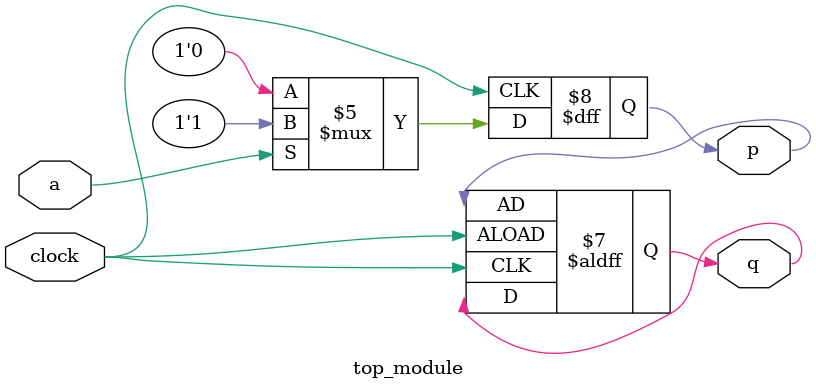
<source format=sv>
module top_module (
    input clock,
    input a, 
    output reg p,
    output reg q
);

    always @(posedge clock) begin
        if (a) begin
            p <= 1;
        end else begin
            p <= 0;
        end
    end

    always @(negedge clock or posedge clock) begin
        if (!clock) begin
            q <= p;
        end
    end

endmodule

</source>
